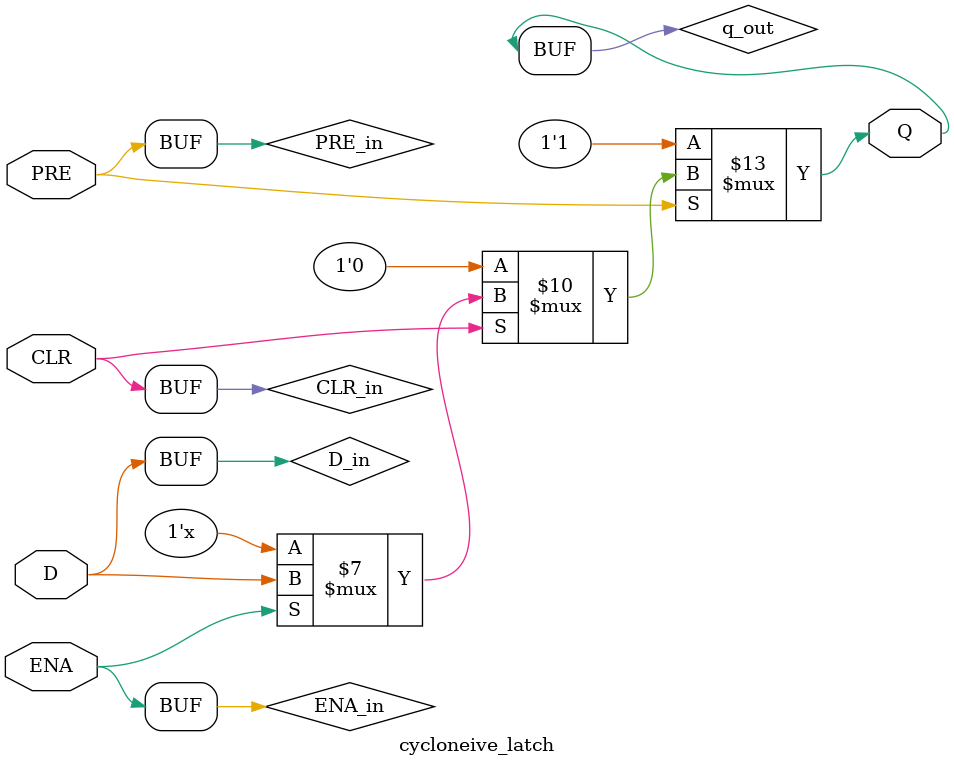
<source format=v>
module cycloneive_latch(D, ENA, PRE, CLR, Q);
   input D;
   input ENA, PRE, CLR;
   output Q;
   reg 	  q_out;
   specify
      $setup (D, negedge ENA, 0) ;
      $hold (negedge ENA, D, 0) ;
      (D => Q) = (0, 0);
      (negedge ENA => (Q +: q_out)) = (0, 0);
      (negedge PRE => (Q +: q_out)) = (0, 0);
      (negedge CLR => (Q +: q_out)) = (0, 0);
   endspecify
   wire D_in;
   wire ENA_in;
   wire PRE_in;
   wire CLR_in;
   buf (D_in, D);
   buf (ENA_in, ENA);
   buf (PRE_in, PRE);
   buf (CLR_in, CLR);
   initial
      begin
	 q_out <= 1'b0;
      end
   always @(D_in or ENA_in or PRE_in or CLR_in)
      begin
	 if (PRE_in == 1'b0)
	    begin
	       // latch being preset, preset is active low
	       q_out <= 1'b1;
	    end
	 else if (CLR_in == 1'b0)
	    begin
	       // latch being cleared, clear is active low
	       q_out <= 1'b0;
	    end
	      else if (ENA_in == 1'b1)
		 begin
		    // latch is transparent
		    q_out <= D_in;
		 end
      end
   and (Q, q_out, 1'b1);
endmodule
</source>
